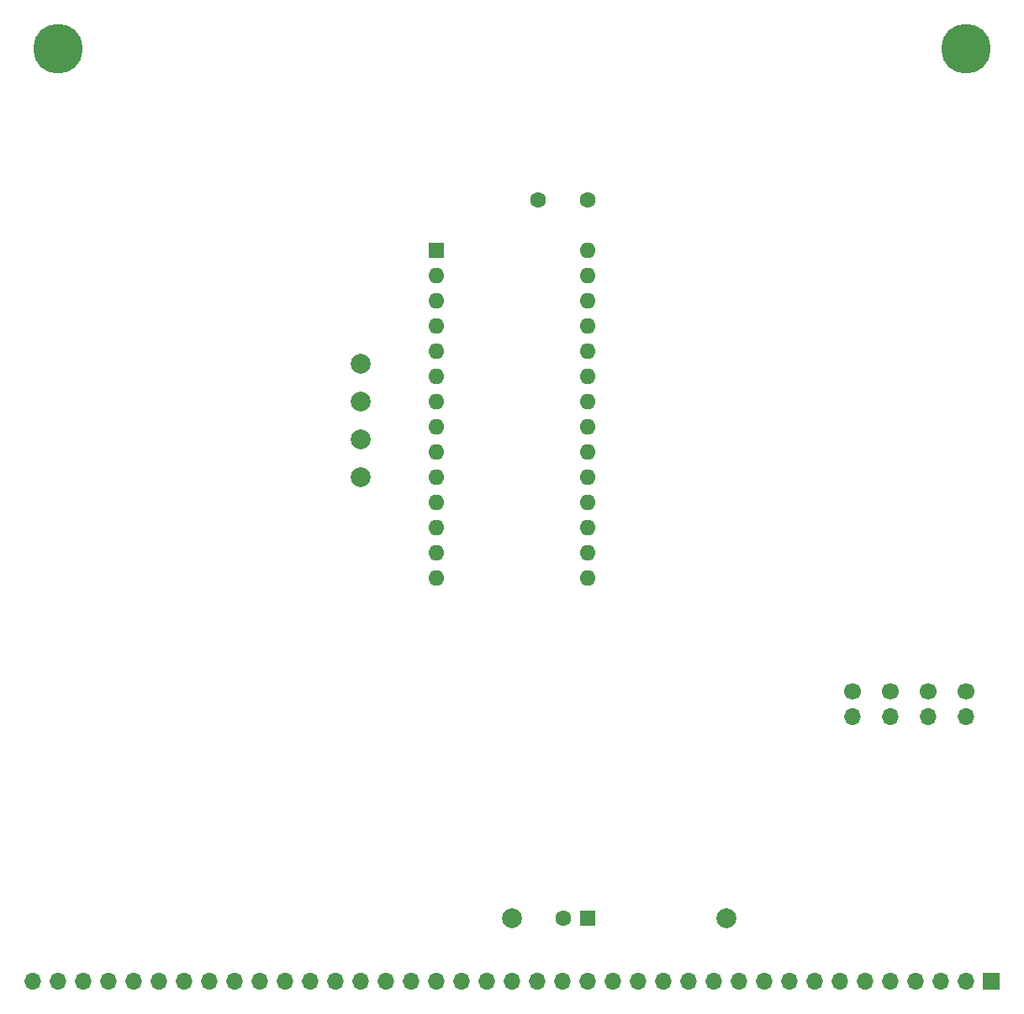
<source format=gbs>
G04 #@! TF.GenerationSoftware,KiCad,Pcbnew,(5.1.9)-1*
G04 #@! TF.CreationDate,2025-02-21T20:03:25+11:00*
G04 #@! TF.ProjectId,RC1802  Integer Math Coprocessor,52433138-3032-4202-9049-6e7465676572,A*
G04 #@! TF.SameCoordinates,Original*
G04 #@! TF.FileFunction,Soldermask,Bot*
G04 #@! TF.FilePolarity,Negative*
%FSLAX46Y46*%
G04 Gerber Fmt 4.6, Leading zero omitted, Abs format (unit mm)*
G04 Created by KiCad (PCBNEW (5.1.9)-1) date 2025-02-21 20:03:25*
%MOMM*%
%LPD*%
G01*
G04 APERTURE LIST*
%ADD10O,1.700000X1.700000*%
%ADD11C,1.700000*%
%ADD12C,2.000000*%
%ADD13O,1.600000X1.600000*%
%ADD14R,1.600000X1.600000*%
%ADD15R,1.700000X1.700000*%
%ADD16C,1.600000*%
%ADD17C,5.000000*%
G04 APERTURE END LIST*
D10*
X198120000Y-109220000D03*
D11*
X198120000Y-106680000D03*
D10*
X201930000Y-109220000D03*
D11*
X201930000Y-106680000D03*
D10*
X194310000Y-109220000D03*
D11*
X194310000Y-106680000D03*
X190500000Y-106680000D03*
D10*
X190500000Y-109220000D03*
D12*
X140970000Y-85090000D03*
X140970000Y-77470000D03*
X140970000Y-81280000D03*
X140970000Y-73660000D03*
X156210000Y-129540000D03*
X177800000Y-129540000D03*
D13*
X163830000Y-62230000D03*
X148590000Y-95250000D03*
X163830000Y-64770000D03*
X148590000Y-92710000D03*
X163830000Y-67310000D03*
X148590000Y-90170000D03*
X163830000Y-69850000D03*
X148590000Y-87630000D03*
X163830000Y-72390000D03*
X148590000Y-85090000D03*
X163830000Y-74930000D03*
X148590000Y-82550000D03*
X163830000Y-77470000D03*
X148590000Y-80010000D03*
X163830000Y-80010000D03*
X148590000Y-77470000D03*
X163830000Y-82550000D03*
X148590000Y-74930000D03*
X163830000Y-85090000D03*
X148590000Y-72390000D03*
X163830000Y-87630000D03*
X148590000Y-69850000D03*
X163830000Y-90170000D03*
X148590000Y-67310000D03*
X163830000Y-92710000D03*
X148590000Y-64770000D03*
X163830000Y-95250000D03*
D14*
X148590000Y-62230000D03*
D10*
X107950000Y-135890000D03*
X110490000Y-135890000D03*
X113030000Y-135890000D03*
X115570000Y-135890000D03*
X118110000Y-135890000D03*
X120650000Y-135890000D03*
X123190000Y-135890000D03*
X125730000Y-135890000D03*
X128270000Y-135890000D03*
X130810000Y-135890000D03*
X133350000Y-135890000D03*
X135890000Y-135890000D03*
X138430000Y-135890000D03*
X140970000Y-135890000D03*
X143510000Y-135890000D03*
X146050000Y-135890000D03*
X148590000Y-135890000D03*
X151130000Y-135890000D03*
X153670000Y-135890000D03*
X156210000Y-135890000D03*
X158750000Y-135890000D03*
X161290000Y-135890000D03*
X163830000Y-135890000D03*
X166370000Y-135890000D03*
X168910000Y-135890000D03*
X171450000Y-135890000D03*
X173990000Y-135890000D03*
X176530000Y-135890000D03*
X179070000Y-135890000D03*
X181610000Y-135890000D03*
X184150000Y-135890000D03*
X186690000Y-135890000D03*
X189230000Y-135890000D03*
X191770000Y-135890000D03*
X194310000Y-135890000D03*
X196850000Y-135890000D03*
X199390000Y-135890000D03*
X201930000Y-135890000D03*
D15*
X204470000Y-135890000D03*
D16*
X161330000Y-129540000D03*
D14*
X163830000Y-129540000D03*
D17*
X201930000Y-41910000D03*
X110490000Y-41910000D03*
D16*
X158830000Y-57150000D03*
X163830000Y-57150000D03*
M02*

</source>
